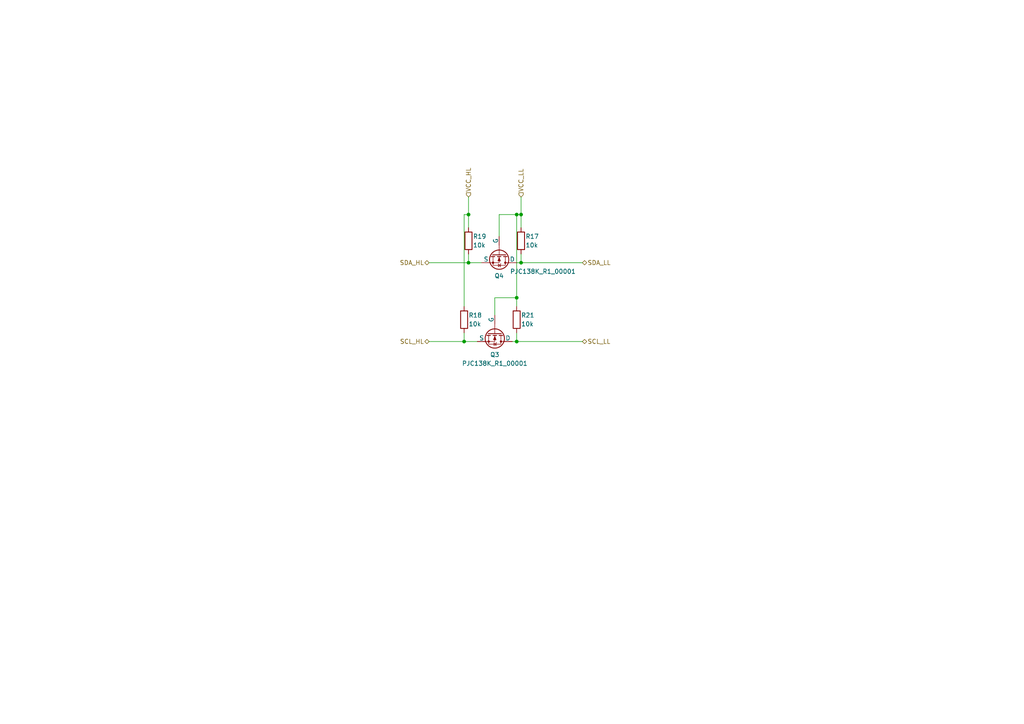
<source format=kicad_sch>
(kicad_sch (version 20250114) (generator "eeschema") (generator_version "9.0")
  (paper "A4")
  (lib_symbols
    (symbol "Device:R" (pin_numbers (hide yes)) (pin_names (offset 0))
      (property "Reference" "R" (at 2.032 0 90))
      (property "Value" "R" (at 0 0 90))
      (symbol "R_0_1"
        (rectangle (start -1.016 -2.54) (end 1.016 2.54) (stroke (width 0.254)))
      )
      (symbol "R_1_1"
        (pin passive line (at 0 3.81 270) (length 1.27) (name "~") (number "1"))
        (pin passive line (at 0 -3.81 90) (length 1.27) (name "~") (number "2"))
      )
    )
    (symbol "Simulation_SPICE:NMOS" (pin_numbers (hide yes)) (pin_names (offset 0))
      (property "Reference" "Q" (at 5.08 1.27 0))
      (property "Value" "NMOS" (at 5.08 -1.27 0))
      (symbol "NMOS_0_1"
        (polyline (pts (xy 0.254 1.905) (xy 0.254 -1.905)) (stroke (width 0.254)))
        (polyline (pts (xy 0.254 0) (xy -2.54 0)))
        (polyline (pts (xy 0.762 2.286) (xy 0.762 1.27)) (stroke (width 0.254)))
        (polyline (pts (xy 0.762 0.508) (xy 0.762 -0.508)) (stroke (width 0.254)))
        (polyline (pts (xy 0.762 -1.27) (xy 0.762 -2.286)) (stroke (width 0.254)))
        (polyline (pts (xy 0.762 -1.778) (xy 3.302 -1.778) (xy 3.302 1.778) (xy 0.762 1.778)))
        (polyline (pts (xy 1.016 0) (xy 2.032 0.381) (xy 2.032 -0.381) (xy 1.016 0)) (fill (type outline)))
        (circle (center 1.651 0) (radius 2.794) (stroke (width 0.254)))
        (polyline (pts (xy 2.54 2.54) (xy 2.54 1.778)))
        (circle (center 2.54 1.778) (radius 0.254) (fill (type outline)))
        (circle (center 2.54 -1.778) (radius 0.254) (fill (type outline)))
        (polyline (pts (xy 2.54 -2.54) (xy 2.54 0) (xy 0.762 0)))
        (polyline (pts (xy 2.794 0.508) (xy 2.921 0.381) (xy 3.683 0.381) (xy 3.81 0.254)))
        (polyline (pts (xy 3.302 0.381) (xy 2.921 -0.254) (xy 3.683 -0.254) (xy 3.302 0.381)))
      )
      (symbol "NMOS_1_1"
        (pin input line (at -5.08 0 0) (length 2.54) (name "G") (number "2"))
        (pin passive line (at 2.54 5.08 270) (length 2.54) (name "D") (number "1"))
        (pin passive line (at 2.54 -5.08 90) (length 2.54) (name "S") (number "3"))
      )
    )
  )
  (junction (at 135.89 76.2))
  (junction (at 149.86 86.36))
  (junction (at 134.62 99.06))
  (junction (at 149.86 62.23))
  (junction (at 135.89 62.23))
  (junction (at 151.13 62.23))
  (junction (at 151.13 76.2))
  (junction (at 149.86 99.06))
  (wire (pts (xy 139.7 76.2) (xy 135.89 76.2)))
  (wire (pts (xy 143.51 86.36) (xy 149.86 86.36)))
  (wire (pts (xy 149.86 76.2) (xy 151.13 76.2)))
  (wire (pts (xy 144.78 62.23) (xy 149.86 62.23)))
  (wire (pts (xy 134.62 99.06) (xy 134.62 96.52)))
  (wire (pts (xy 151.13 76.2) (xy 168.91 76.2)))
  (wire (pts (xy 149.86 96.52) (xy 149.86 99.06)))
  (wire (pts (xy 124.46 76.2) (xy 135.89 76.2)))
  (wire (pts (xy 124.46 99.06) (xy 134.62 99.06)))
  (wire (pts (xy 135.89 57.15) (xy 135.89 62.23)))
  (wire (pts (xy 135.89 76.2) (xy 135.89 73.66)))
  (wire (pts (xy 149.86 86.36) (xy 149.86 88.9)))
  (wire (pts (xy 135.89 62.23) (xy 135.89 66.04)))
  (wire (pts (xy 151.13 62.23) (xy 151.13 66.04)))
  (wire (pts (xy 143.51 91.44) (xy 143.51 86.36)))
  (wire (pts (xy 149.86 99.06) (xy 168.91 99.06)))
  (wire (pts (xy 151.13 57.15) (xy 151.13 62.23)))
  (wire (pts (xy 148.59 99.06) (xy 149.86 99.06)))
  (wire (pts (xy 138.43 99.06) (xy 134.62 99.06)))
  (wire (pts (xy 149.86 62.23) (xy 151.13 62.23)))
  (wire (pts (xy 144.78 68.58) (xy 144.78 62.23)))
  (wire (pts (xy 149.86 62.23) (xy 149.86 86.36)))
  (wire (pts (xy 134.62 62.23) (xy 135.89 62.23)))
  (wire (pts (xy 134.62 62.23) (xy 134.62 88.9)))
  (wire (pts (xy 151.13 73.66) (xy 151.13 76.2)))
  (hierarchical_label "SCL_LL" (shape bidirectional) (at 168.91 99.06 0))
  (hierarchical_label "SCL_HL" (shape bidirectional) (at 124.46 99.06 180))
  (hierarchical_label "VCC_HL" (shape input) (at 135.89 57.15 90))
  (hierarchical_label "SDA_HL" (shape bidirectional) (at 124.46 76.2 180))
  (hierarchical_label "VCC_LL" (shape input) (at 151.13 57.15 90))
  (hierarchical_label "SDA_LL" (shape bidirectional) (at 168.91 76.2 0))
  (symbol (lib_id "Device:R") (at 135.89 69.85 180) (unit 1)
    (property "Reference" "R19" (at 137.16 68.58 0) (effects (justify right)))
    (property "Value" "10k" (at 137.16 71.12 0) (effects (justify right)))
    (property "Footprint" "Resistor_SMD:R_0603_1608Metric" (effects (hide yes)))
  )
  (symbol (lib_id "Simulation_SPICE:NMOS") (at 143.51 96.52 270) (unit 1)
    (property "Reference" "Q3" (at 143.51 102.87 90))
    (property "Value" "PJC138K_R1_00001" (at 143.51 105.41 90))
    (property "Footprint" "Package_TO_SOT_SMD:SOT-323_SC-70" (effects (hide yes)))
    (property "Datasheet" "https://ngspice.sourceforge.io/docs/ngspice-manual.pdf" (effects (hide yes)))
    (property "Sim.Device" "NMOS" (effects (hide yes)))
    (property "Sim.Type" "VDMOS" (effects (hide yes)))
    (property "Sim.Pins" "1=D 2=G 3=S" (effects (hide yes)))
  )
  (symbol (lib_id "Device:R") (at 151.13 69.85 180) (unit 1)
    (property "Reference" "R17" (at 152.4 68.58 0) (effects (justify right)))
    (property "Value" "10k" (at 152.4 71.12 0) (effects (justify right)))
    (property "Footprint" "Resistor_SMD:R_0603_1608Metric" (effects (hide yes)))
  )
  (symbol (lib_id "Device:R") (at 134.62 92.71 180) (unit 1)
    (property "Reference" "R18" (at 135.89 91.44 0) (effects (justify right)))
    (property "Value" "10k" (at 135.89 93.98 0) (effects (justify right)))
    (property "Footprint" "Resistor_SMD:R_0603_1608Metric" (effects (hide yes)))
  )
  (symbol (lib_id "Simulation_SPICE:NMOS") (at 144.78 73.66 270) (unit 1)
    (property "Reference" "Q4" (at 144.78 80.01 90))
    (property "Value" "PJC138K_R1_00001" (at 157.48 78.74 90))
    (property "Footprint" "Package_TO_SOT_SMD:SOT-323_SC-70" (effects (hide yes)))
    (property "Datasheet" "https://ngspice.sourceforge.io/docs/ngspice-manual.pdf" (effects (hide yes)))
    (property "Sim.Device" "NMOS" (effects (hide yes)))
    (property "Sim.Type" "VDMOS" (effects (hide yes)))
    (property "Sim.Pins" "1=D 2=G 3=S" (effects (hide yes)))
  )
  (symbol (lib_id "Device:R") (at 149.86 92.71 180) (unit 1)
    (property "Reference" "R21" (at 151.13 91.44 0) (effects (justify right)))
    (property "Value" "10k" (at 151.13 93.98 0) (effects (justify right)))
    (property "Footprint" "Resistor_SMD:R_0603_1608Metric" (effects (hide yes)))
  )
)
</source>
